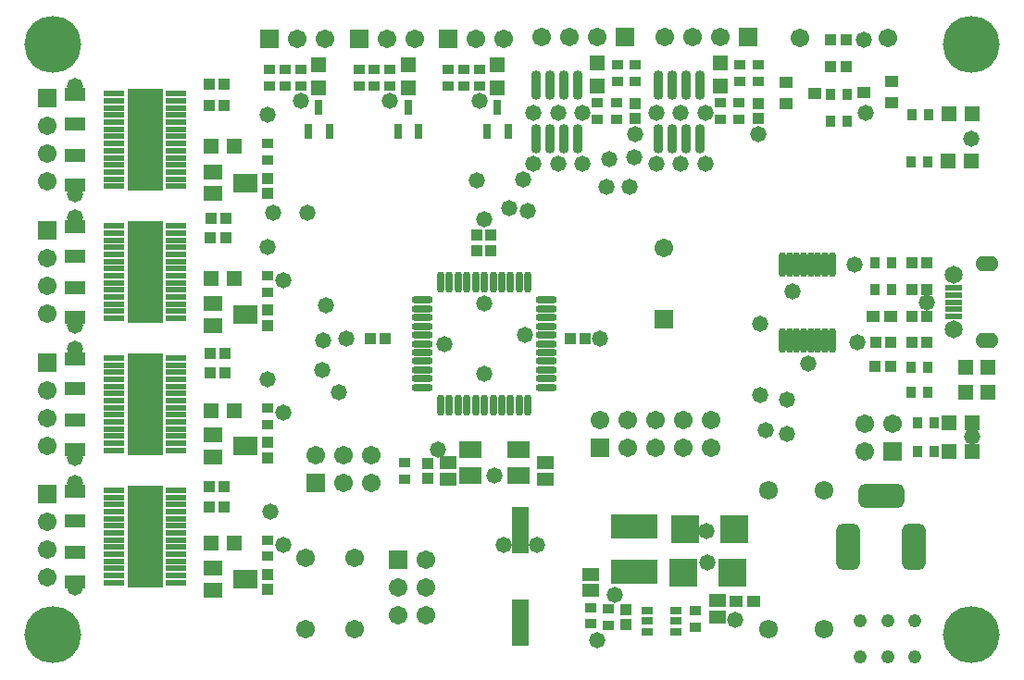
<source format=gts>
%FSLAX25Y25*%
%MOIN*%
G70*
G01*
G75*
G04 Layer_Color=8388736*
%ADD10R,0.04724X0.04724*%
%ADD11R,0.02756X0.03543*%
%ADD12R,0.03543X0.02756*%
%ADD13R,0.05512X0.04331*%
%ADD14O,0.01772X0.08268*%
%ADD15R,0.03937X0.03543*%
%ADD16R,0.03150X0.03543*%
%ADD17R,0.02362X0.04528*%
%ADD18R,0.04724X0.04724*%
%ADD19R,0.06693X0.01378*%
%ADD20R,0.12205X0.36142*%
%ADD21O,0.02756X0.09843*%
%ADD22R,0.06693X0.04331*%
%ADD23R,0.06299X0.04724*%
%ADD24R,0.07874X0.06299*%
%ADD25R,0.15748X0.08268*%
%ADD26R,0.09055X0.09055*%
%ADD27R,0.03543X0.03150*%
%ADD28R,0.04331X0.03150*%
%ADD29R,0.03937X0.02480*%
%ADD30R,0.05118X0.15748*%
%ADD31R,0.05315X0.01575*%
%ADD32R,0.07087X0.05512*%
%ADD33O,0.02165X0.06890*%
%ADD34O,0.06890X0.02165*%
%ADD35C,0.01500*%
%ADD36C,0.01000*%
%ADD37C,0.00800*%
%ADD38R,0.07874X0.05906*%
%ADD39R,0.07874X0.04921*%
%ADD40R,0.05906X0.05906*%
%ADD41C,0.05906*%
%ADD42C,0.19685*%
%ADD43C,0.04331*%
G04:AMPARAMS|DCode=44|XSize=157.48mil|YSize=78.74mil|CornerRadius=19.69mil|HoleSize=0mil|Usage=FLASHONLY|Rotation=0.000|XOffset=0mil|YOffset=0mil|HoleType=Round|Shape=RoundedRectangle|*
%AMROUNDEDRECTD44*
21,1,0.15748,0.03937,0,0,0.0*
21,1,0.11811,0.07874,0,0,0.0*
1,1,0.03937,0.05906,-0.01969*
1,1,0.03937,-0.05906,-0.01969*
1,1,0.03937,-0.05906,0.01969*
1,1,0.03937,0.05906,0.01969*
%
%ADD44ROUNDEDRECTD44*%
G04:AMPARAMS|DCode=45|XSize=157.48mil|YSize=78.74mil|CornerRadius=19.69mil|HoleSize=0mil|Usage=FLASHONLY|Rotation=90.000|XOffset=0mil|YOffset=0mil|HoleType=Round|Shape=RoundedRectangle|*
%AMROUNDEDRECTD45*
21,1,0.15748,0.03937,0,0,90.0*
21,1,0.11811,0.07874,0,0,90.0*
1,1,0.03937,0.01969,0.05906*
1,1,0.03937,0.01969,-0.05906*
1,1,0.03937,-0.01969,-0.05906*
1,1,0.03937,-0.01969,0.05906*
%
%ADD45ROUNDEDRECTD45*%
%ADD46R,0.05906X0.05906*%
%ADD47C,0.06299*%
%ADD48C,0.05709*%
%ADD49O,0.07480X0.04724*%
%ADD50C,0.05000*%
%ADD51C,0.03937*%
%ADD52C,0.00984*%
%ADD53C,0.02362*%
%ADD54C,0.00394*%
%ADD55C,0.00787*%
%ADD56R,0.05524X0.05524*%
%ADD57R,0.03556X0.04343*%
%ADD58R,0.04343X0.03556*%
%ADD59R,0.06312X0.05131*%
%ADD60O,0.02572X0.09068*%
%ADD61R,0.04737X0.04343*%
%ADD62R,0.03950X0.04343*%
%ADD63R,0.03162X0.05328*%
%ADD64R,0.05524X0.05524*%
%ADD65R,0.07493X0.02178*%
%ADD66R,0.13005X0.36942*%
%ADD67O,0.03556X0.10642*%
%ADD68R,0.07493X0.05131*%
%ADD69R,0.07099X0.05524*%
%ADD70R,0.08674X0.07099*%
%ADD71R,0.16548X0.09068*%
%ADD72R,0.09855X0.09855*%
%ADD73R,0.04343X0.03950*%
%ADD74R,0.05131X0.03950*%
%ADD75R,0.04488X0.03032*%
%ADD76R,0.05918X0.16548*%
%ADD77R,0.06115X0.02375*%
%ADD78R,0.07887X0.06312*%
%ADD79O,0.02965X0.07690*%
%ADD80O,0.07690X0.02965*%
%ADD81R,0.06706X0.06706*%
%ADD82C,0.06706*%
%ADD83C,0.20485*%
%ADD84C,0.04803*%
G04:AMPARAMS|DCode=85|XSize=165.48mil|YSize=86.74mil|CornerRadius=23.69mil|HoleSize=0mil|Usage=FLASHONLY|Rotation=0.000|XOffset=0mil|YOffset=0mil|HoleType=Round|Shape=RoundedRectangle|*
%AMROUNDEDRECTD85*
21,1,0.16548,0.03937,0,0,0.0*
21,1,0.11811,0.08674,0,0,0.0*
1,1,0.04737,0.05906,-0.01969*
1,1,0.04737,-0.05906,-0.01969*
1,1,0.04737,-0.05906,0.01969*
1,1,0.04737,0.05906,0.01969*
%
%ADD85ROUNDEDRECTD85*%
G04:AMPARAMS|DCode=86|XSize=165.48mil|YSize=86.74mil|CornerRadius=23.69mil|HoleSize=0mil|Usage=FLASHONLY|Rotation=90.000|XOffset=0mil|YOffset=0mil|HoleType=Round|Shape=RoundedRectangle|*
%AMROUNDEDRECTD86*
21,1,0.16548,0.03937,0,0,90.0*
21,1,0.11811,0.08674,0,0,90.0*
1,1,0.04737,0.01969,0.05906*
1,1,0.04737,0.01969,-0.05906*
1,1,0.04737,-0.01969,-0.05906*
1,1,0.04737,-0.01969,0.05906*
%
%ADD86ROUNDEDRECTD86*%
%ADD87R,0.06706X0.06706*%
%ADD88C,0.06772*%
%ADD89C,0.06509*%
%ADD90O,0.08280X0.05524*%
%ADD91C,0.05800*%
D56*
X334600Y-36800D02*
D03*
X342868D02*
D03*
X334100Y-53800D02*
D03*
X342368D02*
D03*
X68802Y-48476D02*
D03*
X77069D02*
D03*
X68802Y-191276D02*
D03*
X77069D02*
D03*
X68802Y-143676D02*
D03*
X77069D02*
D03*
X68802Y-96076D02*
D03*
X77069D02*
D03*
X340288Y-136933D02*
D03*
X348556D02*
D03*
X340288Y-128000D02*
D03*
X348556D02*
D03*
X342705Y-148000D02*
D03*
X334437D02*
D03*
X342705Y-158400D02*
D03*
X334437D02*
D03*
D57*
X321047Y-37200D02*
D03*
X326953D02*
D03*
X307800Y-90400D02*
D03*
X313705D02*
D03*
X307800Y-100000D02*
D03*
X313705D02*
D03*
X326709Y-137033D02*
D03*
X320803D02*
D03*
X326709Y-128000D02*
D03*
X320803D02*
D03*
X328990Y-148000D02*
D03*
X323084D02*
D03*
X328990Y-158400D02*
D03*
X323084D02*
D03*
X291747Y-39500D02*
D03*
X297653D02*
D03*
X297653Y-29633D02*
D03*
X291747D02*
D03*
X326853Y-54200D02*
D03*
X320947D02*
D03*
D58*
X138500Y-162547D02*
D03*
Y-168453D02*
D03*
X165340Y-20676D02*
D03*
Y-26582D02*
D03*
X133200Y-20676D02*
D03*
Y-26582D02*
D03*
X101060Y-20676D02*
D03*
Y-26582D02*
D03*
X89164Y-47524D02*
D03*
Y-53429D02*
D03*
Y-190324D02*
D03*
Y-196229D02*
D03*
Y-142724D02*
D03*
Y-148629D02*
D03*
Y-95124D02*
D03*
Y-101029D02*
D03*
X159740Y-20676D02*
D03*
Y-26582D02*
D03*
X127600Y-20676D02*
D03*
Y-26582D02*
D03*
X95460Y-20676D02*
D03*
Y-26582D02*
D03*
X154140Y-20676D02*
D03*
Y-26582D02*
D03*
X122000Y-20676D02*
D03*
Y-26582D02*
D03*
X89860Y-20676D02*
D03*
Y-26582D02*
D03*
X258880Y-32829D02*
D03*
Y-38735D02*
D03*
X214680Y-32829D02*
D03*
Y-38735D02*
D03*
X252080Y-38735D02*
D03*
Y-32829D02*
D03*
X207880Y-38735D02*
D03*
Y-32829D02*
D03*
X259280Y-24982D02*
D03*
Y-19076D02*
D03*
X215080Y-24982D02*
D03*
Y-19076D02*
D03*
X265680Y-24982D02*
D03*
Y-19076D02*
D03*
X221480Y-24982D02*
D03*
Y-19076D02*
D03*
X211686Y-215060D02*
D03*
Y-220965D02*
D03*
X205358Y-220553D02*
D03*
Y-214647D02*
D03*
X243250Y-221716D02*
D03*
Y-215811D02*
D03*
D59*
X154000Y-162450D02*
D03*
Y-168356D02*
D03*
X189200D02*
D03*
Y-162450D02*
D03*
X250958Y-218016D02*
D03*
Y-212111D02*
D03*
X205358Y-202647D02*
D03*
Y-208553D02*
D03*
D60*
X292313Y-91217D02*
D03*
X289754D02*
D03*
X287194D02*
D03*
X284635D02*
D03*
X282076D02*
D03*
X279517D02*
D03*
X276958D02*
D03*
X274399D02*
D03*
X292313Y-118383D02*
D03*
X289754D02*
D03*
X287194D02*
D03*
X284635D02*
D03*
X282076D02*
D03*
X279517D02*
D03*
X276958D02*
D03*
X274399D02*
D03*
D61*
X313305Y-109600D02*
D03*
X307006D02*
D03*
X264150Y-212500D02*
D03*
X257850D02*
D03*
D62*
X326512Y-90400D02*
D03*
X321000D02*
D03*
X326512Y-100000D02*
D03*
X321000D02*
D03*
X326512Y-109600D02*
D03*
X321000D02*
D03*
X307997Y-119200D02*
D03*
X313509D02*
D03*
X326512Y-119200D02*
D03*
X321000D02*
D03*
X307800Y-127600D02*
D03*
X313312D02*
D03*
X73616Y-178376D02*
D03*
X68105D02*
D03*
X73817Y-129976D02*
D03*
X68305D02*
D03*
X74116Y-81276D02*
D03*
X68605D02*
D03*
X73516Y-33676D02*
D03*
X68005D02*
D03*
X68105Y-170976D02*
D03*
X73616D02*
D03*
X68305Y-122976D02*
D03*
X73817D02*
D03*
X68705Y-74476D02*
D03*
X74217D02*
D03*
X68005Y-26176D02*
D03*
X73516D02*
D03*
X198000Y-117600D02*
D03*
X203512D02*
D03*
X291944Y-19767D02*
D03*
X297456D02*
D03*
Y-9900D02*
D03*
X291944D02*
D03*
X131556Y-117600D02*
D03*
X126044D02*
D03*
D63*
X168140Y-43229D02*
D03*
X175620D02*
D03*
X171880Y-34371D02*
D03*
X136000Y-43229D02*
D03*
X143480D02*
D03*
X139740Y-34371D02*
D03*
X103860Y-43229D02*
D03*
X111340D02*
D03*
X107600Y-34371D02*
D03*
D64*
X171880Y-27468D02*
D03*
Y-19200D02*
D03*
X139740Y-27468D02*
D03*
Y-19200D02*
D03*
X107600Y-27468D02*
D03*
Y-19200D02*
D03*
X252080Y-18561D02*
D03*
Y-26829D02*
D03*
X207880Y-18561D02*
D03*
Y-26829D02*
D03*
D65*
X33743Y-172343D02*
D03*
Y-174902D02*
D03*
Y-177461D02*
D03*
Y-180020D02*
D03*
Y-182579D02*
D03*
Y-185138D02*
D03*
Y-187697D02*
D03*
Y-190256D02*
D03*
Y-192815D02*
D03*
Y-195374D02*
D03*
Y-197933D02*
D03*
Y-200492D02*
D03*
Y-203051D02*
D03*
Y-205610D02*
D03*
X56184Y-172343D02*
D03*
Y-174902D02*
D03*
Y-177461D02*
D03*
Y-180020D02*
D03*
Y-182579D02*
D03*
Y-185138D02*
D03*
Y-187697D02*
D03*
Y-190256D02*
D03*
Y-192815D02*
D03*
Y-195374D02*
D03*
Y-197933D02*
D03*
Y-200492D02*
D03*
Y-203051D02*
D03*
Y-205610D02*
D03*
X33743Y-124742D02*
D03*
Y-127302D02*
D03*
Y-129861D02*
D03*
Y-132420D02*
D03*
Y-134979D02*
D03*
Y-137538D02*
D03*
Y-140097D02*
D03*
Y-142656D02*
D03*
Y-145215D02*
D03*
Y-147774D02*
D03*
Y-150333D02*
D03*
Y-152892D02*
D03*
Y-155451D02*
D03*
Y-158010D02*
D03*
X56184Y-124742D02*
D03*
Y-127302D02*
D03*
Y-129861D02*
D03*
Y-132420D02*
D03*
Y-134979D02*
D03*
Y-137538D02*
D03*
Y-140097D02*
D03*
Y-142656D02*
D03*
Y-145215D02*
D03*
Y-147774D02*
D03*
Y-150333D02*
D03*
Y-152892D02*
D03*
Y-155451D02*
D03*
Y-158010D02*
D03*
X33743Y-77143D02*
D03*
Y-79702D02*
D03*
Y-82261D02*
D03*
Y-84820D02*
D03*
Y-87379D02*
D03*
Y-89938D02*
D03*
Y-92497D02*
D03*
Y-95056D02*
D03*
Y-97615D02*
D03*
Y-100174D02*
D03*
Y-102733D02*
D03*
Y-105292D02*
D03*
Y-107851D02*
D03*
Y-110410D02*
D03*
X56184Y-77143D02*
D03*
Y-79702D02*
D03*
Y-82261D02*
D03*
Y-84820D02*
D03*
Y-87379D02*
D03*
Y-89938D02*
D03*
Y-92497D02*
D03*
Y-95056D02*
D03*
Y-97615D02*
D03*
Y-100174D02*
D03*
Y-102733D02*
D03*
Y-105292D02*
D03*
Y-107851D02*
D03*
Y-110410D02*
D03*
X33743Y-29542D02*
D03*
Y-32102D02*
D03*
Y-34661D02*
D03*
Y-37220D02*
D03*
Y-39779D02*
D03*
Y-42338D02*
D03*
Y-44897D02*
D03*
Y-47456D02*
D03*
Y-50015D02*
D03*
Y-52574D02*
D03*
Y-55133D02*
D03*
Y-57692D02*
D03*
Y-60251D02*
D03*
Y-62810D02*
D03*
X56184Y-29542D02*
D03*
Y-32102D02*
D03*
Y-34661D02*
D03*
Y-37220D02*
D03*
Y-39779D02*
D03*
Y-42338D02*
D03*
Y-44897D02*
D03*
Y-47456D02*
D03*
Y-50015D02*
D03*
Y-52574D02*
D03*
Y-55133D02*
D03*
Y-57692D02*
D03*
Y-60251D02*
D03*
Y-62810D02*
D03*
D66*
X44964Y-188976D02*
D03*
Y-141376D02*
D03*
Y-93776D02*
D03*
Y-46176D02*
D03*
D67*
X244880Y-26429D02*
D03*
X239880D02*
D03*
X234880D02*
D03*
X229880D02*
D03*
X244880Y-45720D02*
D03*
X239880D02*
D03*
X234880D02*
D03*
X229880D02*
D03*
X200680Y-26429D02*
D03*
X195680D02*
D03*
X190680D02*
D03*
X185680D02*
D03*
X200680Y-45720D02*
D03*
X195680D02*
D03*
X190680D02*
D03*
X185680D02*
D03*
D68*
X19864Y-194661D02*
D03*
Y-205291D02*
D03*
Y-147061D02*
D03*
Y-157691D02*
D03*
Y-99461D02*
D03*
Y-110091D02*
D03*
Y-51861D02*
D03*
Y-62491D02*
D03*
X19864Y-183291D02*
D03*
Y-172661D02*
D03*
Y-135691D02*
D03*
Y-125061D02*
D03*
Y-88091D02*
D03*
Y-77461D02*
D03*
Y-40491D02*
D03*
Y-29861D02*
D03*
D69*
X69389Y-200539D02*
D03*
Y-208413D02*
D03*
Y-152539D02*
D03*
Y-160413D02*
D03*
Y-105039D02*
D03*
Y-112913D02*
D03*
Y-57639D02*
D03*
Y-65513D02*
D03*
D70*
X81200Y-204476D02*
D03*
Y-156476D02*
D03*
Y-108976D02*
D03*
Y-61576D02*
D03*
D71*
X220958Y-201868D02*
D03*
Y-185332D02*
D03*
D72*
X256508Y-202000D02*
D03*
X238791D02*
D03*
X257016Y-186400D02*
D03*
X239300D02*
D03*
D73*
X88964Y-202720D02*
D03*
Y-208232D02*
D03*
Y-155121D02*
D03*
Y-160632D02*
D03*
Y-107520D02*
D03*
Y-113032D02*
D03*
Y-59921D02*
D03*
Y-65432D02*
D03*
X218158Y-220768D02*
D03*
Y-215257D02*
D03*
X265680Y-33026D02*
D03*
Y-38538D02*
D03*
X221480Y-33026D02*
D03*
Y-38538D02*
D03*
X169556Y-85956D02*
D03*
Y-80444D02*
D03*
X164356Y-80444D02*
D03*
Y-85956D02*
D03*
X146800Y-168159D02*
D03*
Y-162647D02*
D03*
D74*
X286136Y-29236D02*
D03*
X275900Y-32976D02*
D03*
Y-25496D02*
D03*
X303664Y-28960D02*
D03*
X313900Y-25220D02*
D03*
Y-32700D02*
D03*
D75*
X236050Y-219502D02*
D03*
X225813Y-215761D02*
D03*
Y-219502D02*
D03*
Y-223242D02*
D03*
X236050D02*
D03*
Y-215761D02*
D03*
D76*
X180100Y-220032D02*
D03*
Y-186568D02*
D03*
D77*
X336205Y-109762D02*
D03*
Y-107203D02*
D03*
Y-104644D02*
D03*
Y-102085D02*
D03*
Y-99526D02*
D03*
D78*
X162139Y-167168D02*
D03*
Y-157720D02*
D03*
X179461D02*
D03*
Y-167168D02*
D03*
D79*
X151408Y-141844D02*
D03*
X154558D02*
D03*
X157707D02*
D03*
X160857D02*
D03*
X164006D02*
D03*
X167156D02*
D03*
X170306D02*
D03*
X173455D02*
D03*
X176605D02*
D03*
X179754D02*
D03*
X182904D02*
D03*
Y-97356D02*
D03*
X179754D02*
D03*
X176605D02*
D03*
X173455D02*
D03*
X170306D02*
D03*
X167156D02*
D03*
X164006D02*
D03*
X160857D02*
D03*
X157707D02*
D03*
X154558D02*
D03*
X151408D02*
D03*
D80*
X189400Y-135348D02*
D03*
Y-132198D02*
D03*
Y-129049D02*
D03*
Y-125899D02*
D03*
Y-122750D02*
D03*
Y-119600D02*
D03*
Y-116450D02*
D03*
Y-113301D02*
D03*
Y-110151D02*
D03*
Y-107002D02*
D03*
Y-103852D02*
D03*
X144912D02*
D03*
Y-107002D02*
D03*
Y-110151D02*
D03*
Y-113301D02*
D03*
Y-116450D02*
D03*
Y-119600D02*
D03*
Y-122750D02*
D03*
Y-125899D02*
D03*
Y-129049D02*
D03*
Y-132198D02*
D03*
Y-135348D02*
D03*
D81*
X136000Y-197500D02*
D03*
X9664Y-173876D02*
D03*
Y-126276D02*
D03*
Y-78676D02*
D03*
Y-31076D02*
D03*
X314037Y-158400D02*
D03*
X231861Y-110656D02*
D03*
D82*
X146000Y-197500D02*
D03*
X136000Y-207500D02*
D03*
X146000D02*
D03*
X136000Y-217500D02*
D03*
X146000D02*
D03*
X102742Y-222395D02*
D03*
X120458D02*
D03*
X102742Y-196805D02*
D03*
X120458D02*
D03*
X9664Y-203876D02*
D03*
Y-193876D02*
D03*
Y-183876D02*
D03*
Y-156276D02*
D03*
Y-146276D02*
D03*
Y-136276D02*
D03*
Y-108676D02*
D03*
Y-98676D02*
D03*
Y-88676D02*
D03*
Y-61076D02*
D03*
Y-51076D02*
D03*
Y-41076D02*
D03*
X304037Y-148400D02*
D03*
X314037D02*
D03*
X304037Y-158400D02*
D03*
X164140Y-9629D02*
D03*
X174140D02*
D03*
X132000D02*
D03*
X142000D02*
D03*
X99860D02*
D03*
X109860D02*
D03*
X232126Y-9173D02*
D03*
X242126D02*
D03*
X252126D02*
D03*
X187926D02*
D03*
X197926D02*
D03*
X207926D02*
D03*
X280700Y-9500D02*
D03*
X312524D02*
D03*
X126400Y-159600D02*
D03*
Y-169600D02*
D03*
X116400Y-159600D02*
D03*
Y-169600D02*
D03*
X106400Y-159600D02*
D03*
X208700Y-147200D02*
D03*
X218700Y-157200D02*
D03*
Y-147200D02*
D03*
X228700Y-157200D02*
D03*
Y-147200D02*
D03*
X238700Y-157200D02*
D03*
Y-147200D02*
D03*
X248700Y-157200D02*
D03*
Y-147200D02*
D03*
X231861Y-85065D02*
D03*
D83*
X11811Y-224410D02*
D03*
X342520D02*
D03*
Y-11811D02*
D03*
X11811D02*
D03*
D84*
X322143Y-219504D02*
D03*
X312300D02*
D03*
X302457D02*
D03*
X322143Y-232496D02*
D03*
X312300D02*
D03*
X302457D02*
D03*
D85*
X309974Y-174296D02*
D03*
D86*
X321785Y-192800D02*
D03*
X298163D02*
D03*
D87*
X154140Y-9629D02*
D03*
X122000D02*
D03*
X89860D02*
D03*
X262126Y-9173D02*
D03*
X217926D02*
D03*
X106400Y-169600D02*
D03*
X208700Y-157200D02*
D03*
D88*
X269615Y-222400D02*
D03*
X289300D02*
D03*
Y-172400D02*
D03*
X269615D02*
D03*
D89*
X336205Y-94802D02*
D03*
Y-114487D02*
D03*
D90*
X348016Y-118424D02*
D03*
Y-90865D02*
D03*
D91*
X257500Y-219000D02*
D03*
X207700Y-226400D02*
D03*
X342705Y-153200D02*
D03*
X214086Y-210072D02*
D03*
X300556Y-91200D02*
D03*
X266556Y-112400D02*
D03*
X278156Y-100800D02*
D03*
X283756Y-126800D02*
D03*
X301356Y-119200D02*
D03*
X326512Y-104844D02*
D03*
X221480Y-44182D02*
D03*
X184880Y-36429D02*
D03*
X202480Y-36375D02*
D03*
X193680D02*
D03*
X202480Y-54829D02*
D03*
X193680D02*
D03*
X184880D02*
D03*
X229080D02*
D03*
X246680D02*
D03*
X237880D02*
D03*
X133200Y-32029D02*
D03*
X101060D02*
D03*
X265680Y-44182D02*
D03*
X246680Y-36375D02*
D03*
X229080Y-36429D02*
D03*
X237880Y-36375D02*
D03*
X165340Y-32029D02*
D03*
X94664Y-191976D02*
D03*
X303900Y-9900D02*
D03*
X304300Y-36300D02*
D03*
X114800Y-137200D02*
D03*
X103600Y-72400D02*
D03*
X110010Y-105584D02*
D03*
X108800Y-129200D02*
D03*
X109200Y-118400D02*
D03*
X117600Y-117600D02*
D03*
X19900Y-169700D02*
D03*
Y-207500D02*
D03*
X94664Y-144376D02*
D03*
X88964Y-132376D02*
D03*
X91200Y-72400D02*
D03*
X94664Y-96776D02*
D03*
X88964Y-84776D02*
D03*
Y-37176D02*
D03*
X19900Y-160700D02*
D03*
Y-121400D02*
D03*
Y-113000D02*
D03*
Y-65700D02*
D03*
X19800Y-26600D02*
D03*
X167200Y-74800D02*
D03*
X167156Y-105156D02*
D03*
X152800Y-119600D02*
D03*
X181200Y-60400D02*
D03*
X182800Y-71600D02*
D03*
X164340Y-60600D02*
D03*
X176000Y-70800D02*
D03*
X150400Y-157600D02*
D03*
X170768Y-167168D02*
D03*
X186232Y-192068D02*
D03*
X174032D02*
D03*
X266400Y-138000D02*
D03*
X276200Y-152200D02*
D03*
X276100Y-139800D02*
D03*
X268400Y-150700D02*
D03*
X211200Y-63200D02*
D03*
X219600D02*
D03*
X212000Y-53200D02*
D03*
X221200Y-52400D02*
D03*
X167156Y-130456D02*
D03*
X181650Y-116450D02*
D03*
X208800Y-117600D02*
D03*
X342500Y-45600D02*
D03*
X247191Y-186909D02*
D03*
X247400Y-198500D02*
D03*
X90200Y-180000D02*
D03*
X19900Y-73900D02*
D03*
M02*

</source>
